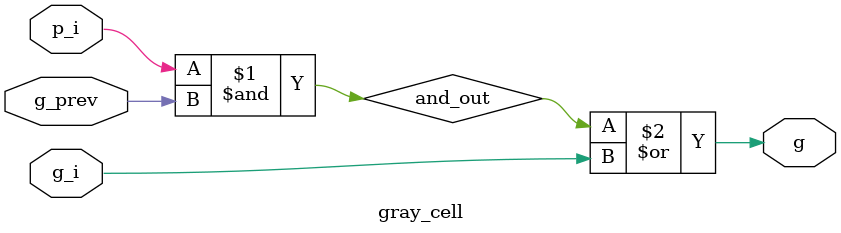
<source format=v>

module gray_cell (
    input p_i,
    input g_i,

    // input p_prev,
    input g_prev,

    output g
);

wire and_out;
assign and_out = p_i & g_prev;

assign g = and_out | g_i;

endmodule
</source>
